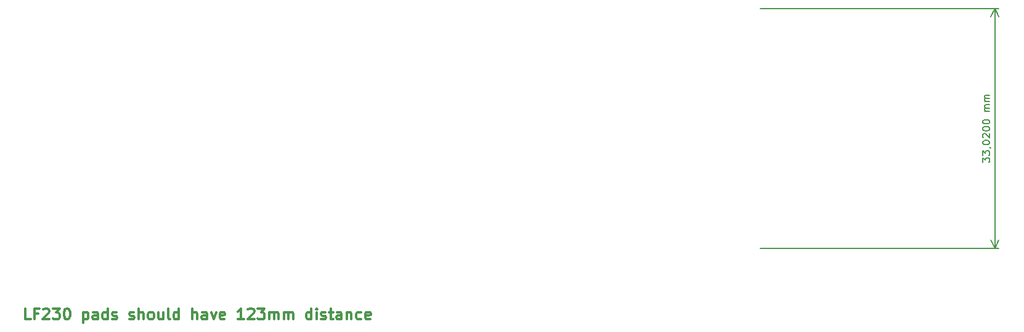
<source format=gbr>
%TF.GenerationSoftware,KiCad,Pcbnew,7.0.5-7.0.5~ubuntu20.04.1*%
%TF.CreationDate,2023-07-13T22:08:42+02:00*%
%TF.ProjectId,ModuleV450,4d6f6475-6c65-4563-9435-302e6b696361,rev?*%
%TF.SameCoordinates,Original*%
%TF.FileFunction,Other,Comment*%
%FSLAX46Y46*%
G04 Gerber Fmt 4.6, Leading zero omitted, Abs format (unit mm)*
G04 Created by KiCad (PCBNEW 7.0.5-7.0.5~ubuntu20.04.1) date 2023-07-13 22:08:42*
%MOMM*%
%LPD*%
G01*
G04 APERTURE LIST*
%ADD10C,0.300000*%
%ADD11C,0.150000*%
G04 APERTURE END LIST*
D10*
X17518796Y-24800828D02*
X16804510Y-24800828D01*
X16804510Y-24800828D02*
X16804510Y-23300828D01*
X18518796Y-24015114D02*
X18018796Y-24015114D01*
X18018796Y-24800828D02*
X18018796Y-23300828D01*
X18018796Y-23300828D02*
X18733082Y-23300828D01*
X19233082Y-23443685D02*
X19304510Y-23372257D01*
X19304510Y-23372257D02*
X19447368Y-23300828D01*
X19447368Y-23300828D02*
X19804510Y-23300828D01*
X19804510Y-23300828D02*
X19947368Y-23372257D01*
X19947368Y-23372257D02*
X20018796Y-23443685D01*
X20018796Y-23443685D02*
X20090225Y-23586542D01*
X20090225Y-23586542D02*
X20090225Y-23729400D01*
X20090225Y-23729400D02*
X20018796Y-23943685D01*
X20018796Y-23943685D02*
X19161653Y-24800828D01*
X19161653Y-24800828D02*
X20090225Y-24800828D01*
X20590224Y-23300828D02*
X21518796Y-23300828D01*
X21518796Y-23300828D02*
X21018796Y-23872257D01*
X21018796Y-23872257D02*
X21233081Y-23872257D01*
X21233081Y-23872257D02*
X21375939Y-23943685D01*
X21375939Y-23943685D02*
X21447367Y-24015114D01*
X21447367Y-24015114D02*
X21518796Y-24157971D01*
X21518796Y-24157971D02*
X21518796Y-24515114D01*
X21518796Y-24515114D02*
X21447367Y-24657971D01*
X21447367Y-24657971D02*
X21375939Y-24729400D01*
X21375939Y-24729400D02*
X21233081Y-24800828D01*
X21233081Y-24800828D02*
X20804510Y-24800828D01*
X20804510Y-24800828D02*
X20661653Y-24729400D01*
X20661653Y-24729400D02*
X20590224Y-24657971D01*
X22447367Y-23300828D02*
X22590224Y-23300828D01*
X22590224Y-23300828D02*
X22733081Y-23372257D01*
X22733081Y-23372257D02*
X22804510Y-23443685D01*
X22804510Y-23443685D02*
X22875938Y-23586542D01*
X22875938Y-23586542D02*
X22947367Y-23872257D01*
X22947367Y-23872257D02*
X22947367Y-24229400D01*
X22947367Y-24229400D02*
X22875938Y-24515114D01*
X22875938Y-24515114D02*
X22804510Y-24657971D01*
X22804510Y-24657971D02*
X22733081Y-24729400D01*
X22733081Y-24729400D02*
X22590224Y-24800828D01*
X22590224Y-24800828D02*
X22447367Y-24800828D01*
X22447367Y-24800828D02*
X22304510Y-24729400D01*
X22304510Y-24729400D02*
X22233081Y-24657971D01*
X22233081Y-24657971D02*
X22161652Y-24515114D01*
X22161652Y-24515114D02*
X22090224Y-24229400D01*
X22090224Y-24229400D02*
X22090224Y-23872257D01*
X22090224Y-23872257D02*
X22161652Y-23586542D01*
X22161652Y-23586542D02*
X22233081Y-23443685D01*
X22233081Y-23443685D02*
X22304510Y-23372257D01*
X22304510Y-23372257D02*
X22447367Y-23300828D01*
X24733080Y-23800828D02*
X24733080Y-25300828D01*
X24733080Y-23872257D02*
X24875938Y-23800828D01*
X24875938Y-23800828D02*
X25161652Y-23800828D01*
X25161652Y-23800828D02*
X25304509Y-23872257D01*
X25304509Y-23872257D02*
X25375938Y-23943685D01*
X25375938Y-23943685D02*
X25447366Y-24086542D01*
X25447366Y-24086542D02*
X25447366Y-24515114D01*
X25447366Y-24515114D02*
X25375938Y-24657971D01*
X25375938Y-24657971D02*
X25304509Y-24729400D01*
X25304509Y-24729400D02*
X25161652Y-24800828D01*
X25161652Y-24800828D02*
X24875938Y-24800828D01*
X24875938Y-24800828D02*
X24733080Y-24729400D01*
X26733081Y-24800828D02*
X26733081Y-24015114D01*
X26733081Y-24015114D02*
X26661652Y-23872257D01*
X26661652Y-23872257D02*
X26518795Y-23800828D01*
X26518795Y-23800828D02*
X26233081Y-23800828D01*
X26233081Y-23800828D02*
X26090223Y-23872257D01*
X26733081Y-24729400D02*
X26590223Y-24800828D01*
X26590223Y-24800828D02*
X26233081Y-24800828D01*
X26233081Y-24800828D02*
X26090223Y-24729400D01*
X26090223Y-24729400D02*
X26018795Y-24586542D01*
X26018795Y-24586542D02*
X26018795Y-24443685D01*
X26018795Y-24443685D02*
X26090223Y-24300828D01*
X26090223Y-24300828D02*
X26233081Y-24229400D01*
X26233081Y-24229400D02*
X26590223Y-24229400D01*
X26590223Y-24229400D02*
X26733081Y-24157971D01*
X28090224Y-24800828D02*
X28090224Y-23300828D01*
X28090224Y-24729400D02*
X27947366Y-24800828D01*
X27947366Y-24800828D02*
X27661652Y-24800828D01*
X27661652Y-24800828D02*
X27518795Y-24729400D01*
X27518795Y-24729400D02*
X27447366Y-24657971D01*
X27447366Y-24657971D02*
X27375938Y-24515114D01*
X27375938Y-24515114D02*
X27375938Y-24086542D01*
X27375938Y-24086542D02*
X27447366Y-23943685D01*
X27447366Y-23943685D02*
X27518795Y-23872257D01*
X27518795Y-23872257D02*
X27661652Y-23800828D01*
X27661652Y-23800828D02*
X27947366Y-23800828D01*
X27947366Y-23800828D02*
X28090224Y-23872257D01*
X28733081Y-24729400D02*
X28875938Y-24800828D01*
X28875938Y-24800828D02*
X29161652Y-24800828D01*
X29161652Y-24800828D02*
X29304509Y-24729400D01*
X29304509Y-24729400D02*
X29375938Y-24586542D01*
X29375938Y-24586542D02*
X29375938Y-24515114D01*
X29375938Y-24515114D02*
X29304509Y-24372257D01*
X29304509Y-24372257D02*
X29161652Y-24300828D01*
X29161652Y-24300828D02*
X28947367Y-24300828D01*
X28947367Y-24300828D02*
X28804509Y-24229400D01*
X28804509Y-24229400D02*
X28733081Y-24086542D01*
X28733081Y-24086542D02*
X28733081Y-24015114D01*
X28733081Y-24015114D02*
X28804509Y-23872257D01*
X28804509Y-23872257D02*
X28947367Y-23800828D01*
X28947367Y-23800828D02*
X29161652Y-23800828D01*
X29161652Y-23800828D02*
X29304509Y-23872257D01*
X31090224Y-24729400D02*
X31233081Y-24800828D01*
X31233081Y-24800828D02*
X31518795Y-24800828D01*
X31518795Y-24800828D02*
X31661652Y-24729400D01*
X31661652Y-24729400D02*
X31733081Y-24586542D01*
X31733081Y-24586542D02*
X31733081Y-24515114D01*
X31733081Y-24515114D02*
X31661652Y-24372257D01*
X31661652Y-24372257D02*
X31518795Y-24300828D01*
X31518795Y-24300828D02*
X31304510Y-24300828D01*
X31304510Y-24300828D02*
X31161652Y-24229400D01*
X31161652Y-24229400D02*
X31090224Y-24086542D01*
X31090224Y-24086542D02*
X31090224Y-24015114D01*
X31090224Y-24015114D02*
X31161652Y-23872257D01*
X31161652Y-23872257D02*
X31304510Y-23800828D01*
X31304510Y-23800828D02*
X31518795Y-23800828D01*
X31518795Y-23800828D02*
X31661652Y-23872257D01*
X32375938Y-24800828D02*
X32375938Y-23300828D01*
X33018796Y-24800828D02*
X33018796Y-24015114D01*
X33018796Y-24015114D02*
X32947367Y-23872257D01*
X32947367Y-23872257D02*
X32804510Y-23800828D01*
X32804510Y-23800828D02*
X32590224Y-23800828D01*
X32590224Y-23800828D02*
X32447367Y-23872257D01*
X32447367Y-23872257D02*
X32375938Y-23943685D01*
X33947367Y-24800828D02*
X33804510Y-24729400D01*
X33804510Y-24729400D02*
X33733081Y-24657971D01*
X33733081Y-24657971D02*
X33661653Y-24515114D01*
X33661653Y-24515114D02*
X33661653Y-24086542D01*
X33661653Y-24086542D02*
X33733081Y-23943685D01*
X33733081Y-23943685D02*
X33804510Y-23872257D01*
X33804510Y-23872257D02*
X33947367Y-23800828D01*
X33947367Y-23800828D02*
X34161653Y-23800828D01*
X34161653Y-23800828D02*
X34304510Y-23872257D01*
X34304510Y-23872257D02*
X34375939Y-23943685D01*
X34375939Y-23943685D02*
X34447367Y-24086542D01*
X34447367Y-24086542D02*
X34447367Y-24515114D01*
X34447367Y-24515114D02*
X34375939Y-24657971D01*
X34375939Y-24657971D02*
X34304510Y-24729400D01*
X34304510Y-24729400D02*
X34161653Y-24800828D01*
X34161653Y-24800828D02*
X33947367Y-24800828D01*
X35733082Y-23800828D02*
X35733082Y-24800828D01*
X35090224Y-23800828D02*
X35090224Y-24586542D01*
X35090224Y-24586542D02*
X35161653Y-24729400D01*
X35161653Y-24729400D02*
X35304510Y-24800828D01*
X35304510Y-24800828D02*
X35518796Y-24800828D01*
X35518796Y-24800828D02*
X35661653Y-24729400D01*
X35661653Y-24729400D02*
X35733082Y-24657971D01*
X36661653Y-24800828D02*
X36518796Y-24729400D01*
X36518796Y-24729400D02*
X36447367Y-24586542D01*
X36447367Y-24586542D02*
X36447367Y-23300828D01*
X37875939Y-24800828D02*
X37875939Y-23300828D01*
X37875939Y-24729400D02*
X37733081Y-24800828D01*
X37733081Y-24800828D02*
X37447367Y-24800828D01*
X37447367Y-24800828D02*
X37304510Y-24729400D01*
X37304510Y-24729400D02*
X37233081Y-24657971D01*
X37233081Y-24657971D02*
X37161653Y-24515114D01*
X37161653Y-24515114D02*
X37161653Y-24086542D01*
X37161653Y-24086542D02*
X37233081Y-23943685D01*
X37233081Y-23943685D02*
X37304510Y-23872257D01*
X37304510Y-23872257D02*
X37447367Y-23800828D01*
X37447367Y-23800828D02*
X37733081Y-23800828D01*
X37733081Y-23800828D02*
X37875939Y-23872257D01*
X39733081Y-24800828D02*
X39733081Y-23300828D01*
X40375939Y-24800828D02*
X40375939Y-24015114D01*
X40375939Y-24015114D02*
X40304510Y-23872257D01*
X40304510Y-23872257D02*
X40161653Y-23800828D01*
X40161653Y-23800828D02*
X39947367Y-23800828D01*
X39947367Y-23800828D02*
X39804510Y-23872257D01*
X39804510Y-23872257D02*
X39733081Y-23943685D01*
X41733082Y-24800828D02*
X41733082Y-24015114D01*
X41733082Y-24015114D02*
X41661653Y-23872257D01*
X41661653Y-23872257D02*
X41518796Y-23800828D01*
X41518796Y-23800828D02*
X41233082Y-23800828D01*
X41233082Y-23800828D02*
X41090224Y-23872257D01*
X41733082Y-24729400D02*
X41590224Y-24800828D01*
X41590224Y-24800828D02*
X41233082Y-24800828D01*
X41233082Y-24800828D02*
X41090224Y-24729400D01*
X41090224Y-24729400D02*
X41018796Y-24586542D01*
X41018796Y-24586542D02*
X41018796Y-24443685D01*
X41018796Y-24443685D02*
X41090224Y-24300828D01*
X41090224Y-24300828D02*
X41233082Y-24229400D01*
X41233082Y-24229400D02*
X41590224Y-24229400D01*
X41590224Y-24229400D02*
X41733082Y-24157971D01*
X42304510Y-23800828D02*
X42661653Y-24800828D01*
X42661653Y-24800828D02*
X43018796Y-23800828D01*
X44161653Y-24729400D02*
X44018796Y-24800828D01*
X44018796Y-24800828D02*
X43733082Y-24800828D01*
X43733082Y-24800828D02*
X43590224Y-24729400D01*
X43590224Y-24729400D02*
X43518796Y-24586542D01*
X43518796Y-24586542D02*
X43518796Y-24015114D01*
X43518796Y-24015114D02*
X43590224Y-23872257D01*
X43590224Y-23872257D02*
X43733082Y-23800828D01*
X43733082Y-23800828D02*
X44018796Y-23800828D01*
X44018796Y-23800828D02*
X44161653Y-23872257D01*
X44161653Y-23872257D02*
X44233082Y-24015114D01*
X44233082Y-24015114D02*
X44233082Y-24157971D01*
X44233082Y-24157971D02*
X43518796Y-24300828D01*
X46804510Y-24800828D02*
X45947367Y-24800828D01*
X46375938Y-24800828D02*
X46375938Y-23300828D01*
X46375938Y-23300828D02*
X46233081Y-23515114D01*
X46233081Y-23515114D02*
X46090224Y-23657971D01*
X46090224Y-23657971D02*
X45947367Y-23729400D01*
X47375938Y-23443685D02*
X47447366Y-23372257D01*
X47447366Y-23372257D02*
X47590224Y-23300828D01*
X47590224Y-23300828D02*
X47947366Y-23300828D01*
X47947366Y-23300828D02*
X48090224Y-23372257D01*
X48090224Y-23372257D02*
X48161652Y-23443685D01*
X48161652Y-23443685D02*
X48233081Y-23586542D01*
X48233081Y-23586542D02*
X48233081Y-23729400D01*
X48233081Y-23729400D02*
X48161652Y-23943685D01*
X48161652Y-23943685D02*
X47304509Y-24800828D01*
X47304509Y-24800828D02*
X48233081Y-24800828D01*
X48733080Y-23300828D02*
X49661652Y-23300828D01*
X49661652Y-23300828D02*
X49161652Y-23872257D01*
X49161652Y-23872257D02*
X49375937Y-23872257D01*
X49375937Y-23872257D02*
X49518795Y-23943685D01*
X49518795Y-23943685D02*
X49590223Y-24015114D01*
X49590223Y-24015114D02*
X49661652Y-24157971D01*
X49661652Y-24157971D02*
X49661652Y-24515114D01*
X49661652Y-24515114D02*
X49590223Y-24657971D01*
X49590223Y-24657971D02*
X49518795Y-24729400D01*
X49518795Y-24729400D02*
X49375937Y-24800828D01*
X49375937Y-24800828D02*
X48947366Y-24800828D01*
X48947366Y-24800828D02*
X48804509Y-24729400D01*
X48804509Y-24729400D02*
X48733080Y-24657971D01*
X50304508Y-24800828D02*
X50304508Y-23800828D01*
X50304508Y-23943685D02*
X50375937Y-23872257D01*
X50375937Y-23872257D02*
X50518794Y-23800828D01*
X50518794Y-23800828D02*
X50733080Y-23800828D01*
X50733080Y-23800828D02*
X50875937Y-23872257D01*
X50875937Y-23872257D02*
X50947366Y-24015114D01*
X50947366Y-24015114D02*
X50947366Y-24800828D01*
X50947366Y-24015114D02*
X51018794Y-23872257D01*
X51018794Y-23872257D02*
X51161651Y-23800828D01*
X51161651Y-23800828D02*
X51375937Y-23800828D01*
X51375937Y-23800828D02*
X51518794Y-23872257D01*
X51518794Y-23872257D02*
X51590223Y-24015114D01*
X51590223Y-24015114D02*
X51590223Y-24800828D01*
X52304508Y-24800828D02*
X52304508Y-23800828D01*
X52304508Y-23943685D02*
X52375937Y-23872257D01*
X52375937Y-23872257D02*
X52518794Y-23800828D01*
X52518794Y-23800828D02*
X52733080Y-23800828D01*
X52733080Y-23800828D02*
X52875937Y-23872257D01*
X52875937Y-23872257D02*
X52947366Y-24015114D01*
X52947366Y-24015114D02*
X52947366Y-24800828D01*
X52947366Y-24015114D02*
X53018794Y-23872257D01*
X53018794Y-23872257D02*
X53161651Y-23800828D01*
X53161651Y-23800828D02*
X53375937Y-23800828D01*
X53375937Y-23800828D02*
X53518794Y-23872257D01*
X53518794Y-23872257D02*
X53590223Y-24015114D01*
X53590223Y-24015114D02*
X53590223Y-24800828D01*
X56090223Y-24800828D02*
X56090223Y-23300828D01*
X56090223Y-24729400D02*
X55947365Y-24800828D01*
X55947365Y-24800828D02*
X55661651Y-24800828D01*
X55661651Y-24800828D02*
X55518794Y-24729400D01*
X55518794Y-24729400D02*
X55447365Y-24657971D01*
X55447365Y-24657971D02*
X55375937Y-24515114D01*
X55375937Y-24515114D02*
X55375937Y-24086542D01*
X55375937Y-24086542D02*
X55447365Y-23943685D01*
X55447365Y-23943685D02*
X55518794Y-23872257D01*
X55518794Y-23872257D02*
X55661651Y-23800828D01*
X55661651Y-23800828D02*
X55947365Y-23800828D01*
X55947365Y-23800828D02*
X56090223Y-23872257D01*
X56804508Y-24800828D02*
X56804508Y-23800828D01*
X56804508Y-23300828D02*
X56733080Y-23372257D01*
X56733080Y-23372257D02*
X56804508Y-23443685D01*
X56804508Y-23443685D02*
X56875937Y-23372257D01*
X56875937Y-23372257D02*
X56804508Y-23300828D01*
X56804508Y-23300828D02*
X56804508Y-23443685D01*
X57447366Y-24729400D02*
X57590223Y-24800828D01*
X57590223Y-24800828D02*
X57875937Y-24800828D01*
X57875937Y-24800828D02*
X58018794Y-24729400D01*
X58018794Y-24729400D02*
X58090223Y-24586542D01*
X58090223Y-24586542D02*
X58090223Y-24515114D01*
X58090223Y-24515114D02*
X58018794Y-24372257D01*
X58018794Y-24372257D02*
X57875937Y-24300828D01*
X57875937Y-24300828D02*
X57661652Y-24300828D01*
X57661652Y-24300828D02*
X57518794Y-24229400D01*
X57518794Y-24229400D02*
X57447366Y-24086542D01*
X57447366Y-24086542D02*
X57447366Y-24015114D01*
X57447366Y-24015114D02*
X57518794Y-23872257D01*
X57518794Y-23872257D02*
X57661652Y-23800828D01*
X57661652Y-23800828D02*
X57875937Y-23800828D01*
X57875937Y-23800828D02*
X58018794Y-23872257D01*
X58518795Y-23800828D02*
X59090223Y-23800828D01*
X58733080Y-23300828D02*
X58733080Y-24586542D01*
X58733080Y-24586542D02*
X58804509Y-24729400D01*
X58804509Y-24729400D02*
X58947366Y-24800828D01*
X58947366Y-24800828D02*
X59090223Y-24800828D01*
X60233081Y-24800828D02*
X60233081Y-24015114D01*
X60233081Y-24015114D02*
X60161652Y-23872257D01*
X60161652Y-23872257D02*
X60018795Y-23800828D01*
X60018795Y-23800828D02*
X59733081Y-23800828D01*
X59733081Y-23800828D02*
X59590223Y-23872257D01*
X60233081Y-24729400D02*
X60090223Y-24800828D01*
X60090223Y-24800828D02*
X59733081Y-24800828D01*
X59733081Y-24800828D02*
X59590223Y-24729400D01*
X59590223Y-24729400D02*
X59518795Y-24586542D01*
X59518795Y-24586542D02*
X59518795Y-24443685D01*
X59518795Y-24443685D02*
X59590223Y-24300828D01*
X59590223Y-24300828D02*
X59733081Y-24229400D01*
X59733081Y-24229400D02*
X60090223Y-24229400D01*
X60090223Y-24229400D02*
X60233081Y-24157971D01*
X60947366Y-23800828D02*
X60947366Y-24800828D01*
X60947366Y-23943685D02*
X61018795Y-23872257D01*
X61018795Y-23872257D02*
X61161652Y-23800828D01*
X61161652Y-23800828D02*
X61375938Y-23800828D01*
X61375938Y-23800828D02*
X61518795Y-23872257D01*
X61518795Y-23872257D02*
X61590224Y-24015114D01*
X61590224Y-24015114D02*
X61590224Y-24800828D01*
X62947367Y-24729400D02*
X62804509Y-24800828D01*
X62804509Y-24800828D02*
X62518795Y-24800828D01*
X62518795Y-24800828D02*
X62375938Y-24729400D01*
X62375938Y-24729400D02*
X62304509Y-24657971D01*
X62304509Y-24657971D02*
X62233081Y-24515114D01*
X62233081Y-24515114D02*
X62233081Y-24086542D01*
X62233081Y-24086542D02*
X62304509Y-23943685D01*
X62304509Y-23943685D02*
X62375938Y-23872257D01*
X62375938Y-23872257D02*
X62518795Y-23800828D01*
X62518795Y-23800828D02*
X62804509Y-23800828D01*
X62804509Y-23800828D02*
X62947367Y-23872257D01*
X64161652Y-24729400D02*
X64018795Y-24800828D01*
X64018795Y-24800828D02*
X63733081Y-24800828D01*
X63733081Y-24800828D02*
X63590223Y-24729400D01*
X63590223Y-24729400D02*
X63518795Y-24586542D01*
X63518795Y-24586542D02*
X63518795Y-24015114D01*
X63518795Y-24015114D02*
X63590223Y-23872257D01*
X63590223Y-23872257D02*
X63733081Y-23800828D01*
X63733081Y-23800828D02*
X64018795Y-23800828D01*
X64018795Y-23800828D02*
X64161652Y-23872257D01*
X64161652Y-23872257D02*
X64233081Y-24015114D01*
X64233081Y-24015114D02*
X64233081Y-24157971D01*
X64233081Y-24157971D02*
X63518795Y-24300828D01*
D11*
X148304819Y-3156665D02*
X148304819Y-2537618D01*
X148304819Y-2537618D02*
X148685771Y-2870951D01*
X148685771Y-2870951D02*
X148685771Y-2728094D01*
X148685771Y-2728094D02*
X148733390Y-2632856D01*
X148733390Y-2632856D02*
X148781009Y-2585237D01*
X148781009Y-2585237D02*
X148876247Y-2537618D01*
X148876247Y-2537618D02*
X149114342Y-2537618D01*
X149114342Y-2537618D02*
X149209580Y-2585237D01*
X149209580Y-2585237D02*
X149257200Y-2632856D01*
X149257200Y-2632856D02*
X149304819Y-2728094D01*
X149304819Y-2728094D02*
X149304819Y-3013808D01*
X149304819Y-3013808D02*
X149257200Y-3109046D01*
X149257200Y-3109046D02*
X149209580Y-3156665D01*
X148304819Y-2204284D02*
X148304819Y-1585237D01*
X148304819Y-1585237D02*
X148685771Y-1918570D01*
X148685771Y-1918570D02*
X148685771Y-1775713D01*
X148685771Y-1775713D02*
X148733390Y-1680475D01*
X148733390Y-1680475D02*
X148781009Y-1632856D01*
X148781009Y-1632856D02*
X148876247Y-1585237D01*
X148876247Y-1585237D02*
X149114342Y-1585237D01*
X149114342Y-1585237D02*
X149209580Y-1632856D01*
X149209580Y-1632856D02*
X149257200Y-1680475D01*
X149257200Y-1680475D02*
X149304819Y-1775713D01*
X149304819Y-1775713D02*
X149304819Y-2061427D01*
X149304819Y-2061427D02*
X149257200Y-2156665D01*
X149257200Y-2156665D02*
X149209580Y-2204284D01*
X149257200Y-1109046D02*
X149304819Y-1109046D01*
X149304819Y-1109046D02*
X149400057Y-1156665D01*
X149400057Y-1156665D02*
X149447676Y-1204284D01*
X148304819Y-489999D02*
X148304819Y-394761D01*
X148304819Y-394761D02*
X148352438Y-299523D01*
X148352438Y-299523D02*
X148400057Y-251904D01*
X148400057Y-251904D02*
X148495295Y-204285D01*
X148495295Y-204285D02*
X148685771Y-156666D01*
X148685771Y-156666D02*
X148923866Y-156666D01*
X148923866Y-156666D02*
X149114342Y-204285D01*
X149114342Y-204285D02*
X149209580Y-251904D01*
X149209580Y-251904D02*
X149257200Y-299523D01*
X149257200Y-299523D02*
X149304819Y-394761D01*
X149304819Y-394761D02*
X149304819Y-489999D01*
X149304819Y-489999D02*
X149257200Y-585237D01*
X149257200Y-585237D02*
X149209580Y-632856D01*
X149209580Y-632856D02*
X149114342Y-680475D01*
X149114342Y-680475D02*
X148923866Y-728094D01*
X148923866Y-728094D02*
X148685771Y-728094D01*
X148685771Y-728094D02*
X148495295Y-680475D01*
X148495295Y-680475D02*
X148400057Y-632856D01*
X148400057Y-632856D02*
X148352438Y-585237D01*
X148352438Y-585237D02*
X148304819Y-489999D01*
X148400057Y224287D02*
X148352438Y271906D01*
X148352438Y271906D02*
X148304819Y367144D01*
X148304819Y367144D02*
X148304819Y605239D01*
X148304819Y605239D02*
X148352438Y700477D01*
X148352438Y700477D02*
X148400057Y748096D01*
X148400057Y748096D02*
X148495295Y795715D01*
X148495295Y795715D02*
X148590533Y795715D01*
X148590533Y795715D02*
X148733390Y748096D01*
X148733390Y748096D02*
X149304819Y176668D01*
X149304819Y176668D02*
X149304819Y795715D01*
X148304819Y1414763D02*
X148304819Y1510001D01*
X148304819Y1510001D02*
X148352438Y1605239D01*
X148352438Y1605239D02*
X148400057Y1652858D01*
X148400057Y1652858D02*
X148495295Y1700477D01*
X148495295Y1700477D02*
X148685771Y1748096D01*
X148685771Y1748096D02*
X148923866Y1748096D01*
X148923866Y1748096D02*
X149114342Y1700477D01*
X149114342Y1700477D02*
X149209580Y1652858D01*
X149209580Y1652858D02*
X149257200Y1605239D01*
X149257200Y1605239D02*
X149304819Y1510001D01*
X149304819Y1510001D02*
X149304819Y1414763D01*
X149304819Y1414763D02*
X149257200Y1319525D01*
X149257200Y1319525D02*
X149209580Y1271906D01*
X149209580Y1271906D02*
X149114342Y1224287D01*
X149114342Y1224287D02*
X148923866Y1176668D01*
X148923866Y1176668D02*
X148685771Y1176668D01*
X148685771Y1176668D02*
X148495295Y1224287D01*
X148495295Y1224287D02*
X148400057Y1271906D01*
X148400057Y1271906D02*
X148352438Y1319525D01*
X148352438Y1319525D02*
X148304819Y1414763D01*
X148304819Y2367144D02*
X148304819Y2462382D01*
X148304819Y2462382D02*
X148352438Y2557620D01*
X148352438Y2557620D02*
X148400057Y2605239D01*
X148400057Y2605239D02*
X148495295Y2652858D01*
X148495295Y2652858D02*
X148685771Y2700477D01*
X148685771Y2700477D02*
X148923866Y2700477D01*
X148923866Y2700477D02*
X149114342Y2652858D01*
X149114342Y2652858D02*
X149209580Y2605239D01*
X149209580Y2605239D02*
X149257200Y2557620D01*
X149257200Y2557620D02*
X149304819Y2462382D01*
X149304819Y2462382D02*
X149304819Y2367144D01*
X149304819Y2367144D02*
X149257200Y2271906D01*
X149257200Y2271906D02*
X149209580Y2224287D01*
X149209580Y2224287D02*
X149114342Y2176668D01*
X149114342Y2176668D02*
X148923866Y2129049D01*
X148923866Y2129049D02*
X148685771Y2129049D01*
X148685771Y2129049D02*
X148495295Y2176668D01*
X148495295Y2176668D02*
X148400057Y2224287D01*
X148400057Y2224287D02*
X148352438Y2271906D01*
X148352438Y2271906D02*
X148304819Y2367144D01*
X149304819Y3890954D02*
X148638152Y3890954D01*
X148733390Y3890954D02*
X148685771Y3938573D01*
X148685771Y3938573D02*
X148638152Y4033811D01*
X148638152Y4033811D02*
X148638152Y4176668D01*
X148638152Y4176668D02*
X148685771Y4271906D01*
X148685771Y4271906D02*
X148781009Y4319525D01*
X148781009Y4319525D02*
X149304819Y4319525D01*
X148781009Y4319525D02*
X148685771Y4367144D01*
X148685771Y4367144D02*
X148638152Y4462382D01*
X148638152Y4462382D02*
X148638152Y4605239D01*
X148638152Y4605239D02*
X148685771Y4700478D01*
X148685771Y4700478D02*
X148781009Y4748097D01*
X148781009Y4748097D02*
X149304819Y4748097D01*
X149304819Y5224287D02*
X148638152Y5224287D01*
X148733390Y5224287D02*
X148685771Y5271906D01*
X148685771Y5271906D02*
X148638152Y5367144D01*
X148638152Y5367144D02*
X148638152Y5510001D01*
X148638152Y5510001D02*
X148685771Y5605239D01*
X148685771Y5605239D02*
X148781009Y5652858D01*
X148781009Y5652858D02*
X149304819Y5652858D01*
X148781009Y5652858D02*
X148685771Y5700477D01*
X148685771Y5700477D02*
X148638152Y5795715D01*
X148638152Y5795715D02*
X148638152Y5938572D01*
X148638152Y5938572D02*
X148685771Y6033811D01*
X148685771Y6033811D02*
X148781009Y6081430D01*
X148781009Y6081430D02*
X149304819Y6081430D01*
X117790000Y-15000000D02*
X150586420Y-15000000D01*
X150586420Y18020000D02*
X117790000Y18020000D01*
X150000000Y-15000000D02*
X150000000Y18020000D01*
X150000000Y-15000000D02*
X150000000Y18020000D01*
X150000000Y-15000000D02*
X149413579Y-13873496D01*
X150000000Y-15000000D02*
X150586421Y-13873496D01*
X150000000Y18020000D02*
X150586421Y16893496D01*
X150000000Y18020000D02*
X149413579Y16893496D01*
M02*

</source>
